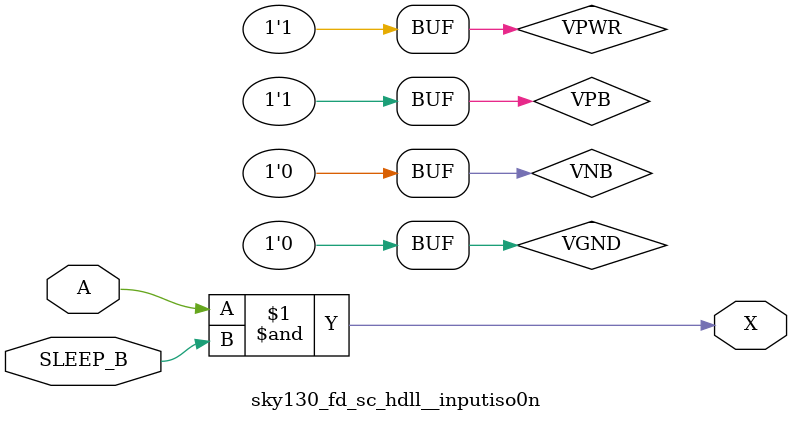
<source format=v>
/*
 * Copyright 2020 The SkyWater PDK Authors
 *
 * Licensed under the Apache License, Version 2.0 (the "License");
 * you may not use this file except in compliance with the License.
 * You may obtain a copy of the License at
 *
 *     https://www.apache.org/licenses/LICENSE-2.0
 *
 * Unless required by applicable law or agreed to in writing, software
 * distributed under the License is distributed on an "AS IS" BASIS,
 * WITHOUT WARRANTIES OR CONDITIONS OF ANY KIND, either express or implied.
 * See the License for the specific language governing permissions and
 * limitations under the License.
 *
 * SPDX-License-Identifier: Apache-2.0
*/


`ifndef SKY130_FD_SC_HDLL__INPUTISO0N_BEHAVIORAL_V
`define SKY130_FD_SC_HDLL__INPUTISO0N_BEHAVIORAL_V

/**
 * inputiso0n: Input isolator with inverted enable.
 *
 *             X = (A & SLEEP_B)
 *
 * Verilog simulation functional model.
 */

`timescale 1ns / 1ps
`default_nettype none

`celldefine
module sky130_fd_sc_hdll__inputiso0n (
    X      ,
    A      ,
    SLEEP_B
);

    // Module ports
    output X      ;
    input  A      ;
    input  SLEEP_B;

    // Module supplies
    supply1 VPWR;
    supply0 VGND;
    supply1 VPB ;
    supply0 VNB ;

    //  Name  Output  Other arguments
    and and0 (X     , A, SLEEP_B     );

endmodule
`endcelldefine

`default_nettype wire
`endif  // SKY130_FD_SC_HDLL__INPUTISO0N_BEHAVIORAL_V
</source>
